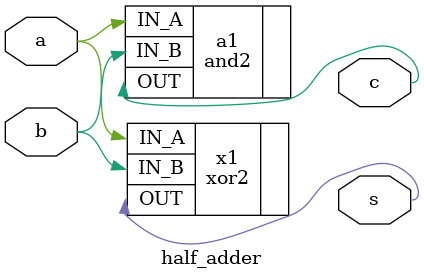
<source format=v>
`default_nettype none

module half_adder (
    input wire a,
    input wire b,
    output wire s,
    output wire c
);

    xor2 x1(.IN_A(a),
            .IN_B(b),
            .OUT(s)
    );
    
    and2 a1(.IN_A(a),
            .IN_B(b),
            .OUT(c)
    );

endmodule
</source>
